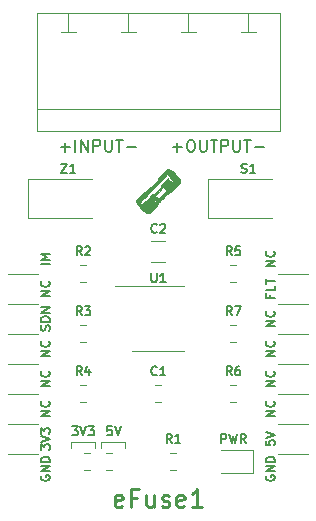
<source format=gbr>
G04 #@! TF.GenerationSoftware,KiCad,Pcbnew,(5.1.5)-3*
G04 #@! TF.CreationDate,2020-05-07T11:30:42+02:00*
G04 #@! TF.ProjectId,TPS26600_ePuse,54505332-3636-4303-905f-65507573652e,rev?*
G04 #@! TF.SameCoordinates,Original*
G04 #@! TF.FileFunction,Legend,Top*
G04 #@! TF.FilePolarity,Positive*
%FSLAX46Y46*%
G04 Gerber Fmt 4.6, Leading zero omitted, Abs format (unit mm)*
G04 Created by KiCad (PCBNEW (5.1.5)-3) date 2020-05-07 11:30:42*
%MOMM*%
%LPD*%
G04 APERTURE LIST*
%ADD10C,0.150000*%
%ADD11C,0.120000*%
%ADD12C,0.279400*%
%ADD13C,0.010000*%
G04 APERTURE END LIST*
D10*
X90146666Y-146756428D02*
X90908571Y-146756428D01*
X90527619Y-147137380D02*
X90527619Y-146375476D01*
X91575238Y-146137380D02*
X91765714Y-146137380D01*
X91860952Y-146185000D01*
X91956190Y-146280238D01*
X92003809Y-146470714D01*
X92003809Y-146804047D01*
X91956190Y-146994523D01*
X91860952Y-147089761D01*
X91765714Y-147137380D01*
X91575238Y-147137380D01*
X91480000Y-147089761D01*
X91384761Y-146994523D01*
X91337142Y-146804047D01*
X91337142Y-146470714D01*
X91384761Y-146280238D01*
X91480000Y-146185000D01*
X91575238Y-146137380D01*
X92432380Y-146137380D02*
X92432380Y-146946904D01*
X92480000Y-147042142D01*
X92527619Y-147089761D01*
X92622857Y-147137380D01*
X92813333Y-147137380D01*
X92908571Y-147089761D01*
X92956190Y-147042142D01*
X93003809Y-146946904D01*
X93003809Y-146137380D01*
X93337142Y-146137380D02*
X93908571Y-146137380D01*
X93622857Y-147137380D02*
X93622857Y-146137380D01*
X94241904Y-147137380D02*
X94241904Y-146137380D01*
X94622857Y-146137380D01*
X94718095Y-146185000D01*
X94765714Y-146232619D01*
X94813333Y-146327857D01*
X94813333Y-146470714D01*
X94765714Y-146565952D01*
X94718095Y-146613571D01*
X94622857Y-146661190D01*
X94241904Y-146661190D01*
X95241904Y-146137380D02*
X95241904Y-146946904D01*
X95289523Y-147042142D01*
X95337142Y-147089761D01*
X95432380Y-147137380D01*
X95622857Y-147137380D01*
X95718095Y-147089761D01*
X95765714Y-147042142D01*
X95813333Y-146946904D01*
X95813333Y-146137380D01*
X96146666Y-146137380D02*
X96718095Y-146137380D01*
X96432380Y-147137380D02*
X96432380Y-146137380D01*
X97051428Y-146756428D02*
X97813333Y-146756428D01*
X80653333Y-146756428D02*
X81415238Y-146756428D01*
X81034285Y-147137380D02*
X81034285Y-146375476D01*
X81891428Y-147137380D02*
X81891428Y-146137380D01*
X82367619Y-147137380D02*
X82367619Y-146137380D01*
X82939047Y-147137380D01*
X82939047Y-146137380D01*
X83415238Y-147137380D02*
X83415238Y-146137380D01*
X83796190Y-146137380D01*
X83891428Y-146185000D01*
X83939047Y-146232619D01*
X83986666Y-146327857D01*
X83986666Y-146470714D01*
X83939047Y-146565952D01*
X83891428Y-146613571D01*
X83796190Y-146661190D01*
X83415238Y-146661190D01*
X84415238Y-146137380D02*
X84415238Y-146946904D01*
X84462857Y-147042142D01*
X84510476Y-147089761D01*
X84605714Y-147137380D01*
X84796190Y-147137380D01*
X84891428Y-147089761D01*
X84939047Y-147042142D01*
X84986666Y-146946904D01*
X84986666Y-146137380D01*
X85320000Y-146137380D02*
X85891428Y-146137380D01*
X85605714Y-147137380D02*
X85605714Y-146137380D01*
X86224761Y-146756428D02*
X86986666Y-146756428D01*
X84944857Y-170397714D02*
X84582000Y-170397714D01*
X84545714Y-170760571D01*
X84582000Y-170724285D01*
X84654571Y-170688000D01*
X84836000Y-170688000D01*
X84908571Y-170724285D01*
X84944857Y-170760571D01*
X84981142Y-170833142D01*
X84981142Y-171014571D01*
X84944857Y-171087142D01*
X84908571Y-171123428D01*
X84836000Y-171159714D01*
X84654571Y-171159714D01*
X84582000Y-171123428D01*
X84545714Y-171087142D01*
X85198857Y-170397714D02*
X85452857Y-171159714D01*
X85706857Y-170397714D01*
X81606571Y-170397714D02*
X82078285Y-170397714D01*
X81824285Y-170688000D01*
X81933142Y-170688000D01*
X82005714Y-170724285D01*
X82042000Y-170760571D01*
X82078285Y-170833142D01*
X82078285Y-171014571D01*
X82042000Y-171087142D01*
X82005714Y-171123428D01*
X81933142Y-171159714D01*
X81715428Y-171159714D01*
X81642857Y-171123428D01*
X81606571Y-171087142D01*
X82296000Y-170397714D02*
X82550000Y-171159714D01*
X82804000Y-170397714D01*
X82985428Y-170397714D02*
X83457142Y-170397714D01*
X83203142Y-170688000D01*
X83312000Y-170688000D01*
X83384571Y-170724285D01*
X83420857Y-170760571D01*
X83457142Y-170833142D01*
X83457142Y-171014571D01*
X83420857Y-171087142D01*
X83384571Y-171123428D01*
X83312000Y-171159714D01*
X83094285Y-171159714D01*
X83021714Y-171123428D01*
X82985428Y-171087142D01*
D11*
X86106000Y-171704000D02*
X86106000Y-172212000D01*
X84074000Y-171704000D02*
X86106000Y-171704000D01*
X84074000Y-172212000D02*
X84074000Y-171704000D01*
X83566000Y-171704000D02*
X83566000Y-172212000D01*
X81534000Y-171704000D02*
X83566000Y-171704000D01*
X81534000Y-172212000D02*
X81534000Y-171704000D01*
D10*
X94234000Y-171794714D02*
X94234000Y-171032714D01*
X94524285Y-171032714D01*
X94596857Y-171069000D01*
X94633142Y-171105285D01*
X94669428Y-171177857D01*
X94669428Y-171286714D01*
X94633142Y-171359285D01*
X94596857Y-171395571D01*
X94524285Y-171431857D01*
X94234000Y-171431857D01*
X94923428Y-171032714D02*
X95104857Y-171794714D01*
X95250000Y-171250428D01*
X95395142Y-171794714D01*
X95576571Y-171032714D01*
X96302285Y-171794714D02*
X96048285Y-171431857D01*
X95866857Y-171794714D02*
X95866857Y-171032714D01*
X96157142Y-171032714D01*
X96229714Y-171069000D01*
X96266000Y-171105285D01*
X96302285Y-171177857D01*
X96302285Y-171286714D01*
X96266000Y-171359285D01*
X96229714Y-171395571D01*
X96157142Y-171431857D01*
X95866857Y-171431857D01*
X79719714Y-156645428D02*
X78957714Y-156645428D01*
X79719714Y-156282571D02*
X78957714Y-156282571D01*
X79502000Y-156028571D01*
X78957714Y-155774571D01*
X79719714Y-155774571D01*
X79683428Y-162287857D02*
X79719714Y-162179000D01*
X79719714Y-161997571D01*
X79683428Y-161925000D01*
X79647142Y-161888714D01*
X79574571Y-161852428D01*
X79502000Y-161852428D01*
X79429428Y-161888714D01*
X79393142Y-161925000D01*
X79356857Y-161997571D01*
X79320571Y-162142714D01*
X79284285Y-162215285D01*
X79248000Y-162251571D01*
X79175428Y-162287857D01*
X79102857Y-162287857D01*
X79030285Y-162251571D01*
X78994000Y-162215285D01*
X78957714Y-162142714D01*
X78957714Y-161961285D01*
X78994000Y-161852428D01*
X79719714Y-161525857D02*
X78957714Y-161525857D01*
X78957714Y-161344428D01*
X78994000Y-161235571D01*
X79066571Y-161163000D01*
X79139142Y-161126714D01*
X79284285Y-161090428D01*
X79393142Y-161090428D01*
X79538285Y-161126714D01*
X79610857Y-161163000D01*
X79683428Y-161235571D01*
X79719714Y-161344428D01*
X79719714Y-161525857D01*
X79719714Y-160763857D02*
X78957714Y-160763857D01*
X79719714Y-160328428D01*
X78957714Y-160328428D01*
X98370571Y-159239857D02*
X98370571Y-159493857D01*
X98769714Y-159493857D02*
X98007714Y-159493857D01*
X98007714Y-159131000D01*
X98769714Y-158477857D02*
X98769714Y-158840714D01*
X98007714Y-158840714D01*
X98007714Y-158332714D02*
X98007714Y-157897285D01*
X98769714Y-158115000D02*
X98007714Y-158115000D01*
X98007714Y-171595142D02*
X98007714Y-171958000D01*
X98370571Y-171994285D01*
X98334285Y-171958000D01*
X98298000Y-171885428D01*
X98298000Y-171704000D01*
X98334285Y-171631428D01*
X98370571Y-171595142D01*
X98443142Y-171558857D01*
X98624571Y-171558857D01*
X98697142Y-171595142D01*
X98733428Y-171631428D01*
X98769714Y-171704000D01*
X98769714Y-171885428D01*
X98733428Y-171958000D01*
X98697142Y-171994285D01*
X98007714Y-171341142D02*
X98769714Y-171087142D01*
X98007714Y-170833142D01*
X98044000Y-174570571D02*
X98007714Y-174643142D01*
X98007714Y-174752000D01*
X98044000Y-174860857D01*
X98116571Y-174933428D01*
X98189142Y-174969714D01*
X98334285Y-175006000D01*
X98443142Y-175006000D01*
X98588285Y-174969714D01*
X98660857Y-174933428D01*
X98733428Y-174860857D01*
X98769714Y-174752000D01*
X98769714Y-174679428D01*
X98733428Y-174570571D01*
X98697142Y-174534285D01*
X98443142Y-174534285D01*
X98443142Y-174679428D01*
X98769714Y-174207714D02*
X98007714Y-174207714D01*
X98769714Y-173772285D01*
X98007714Y-173772285D01*
X98769714Y-173409428D02*
X98007714Y-173409428D01*
X98007714Y-173228000D01*
X98044000Y-173119142D01*
X98116571Y-173046571D01*
X98189142Y-173010285D01*
X98334285Y-172974000D01*
X98443142Y-172974000D01*
X98588285Y-173010285D01*
X98660857Y-173046571D01*
X98733428Y-173119142D01*
X98769714Y-173228000D01*
X98769714Y-173409428D01*
X78994000Y-174570571D02*
X78957714Y-174643142D01*
X78957714Y-174752000D01*
X78994000Y-174860857D01*
X79066571Y-174933428D01*
X79139142Y-174969714D01*
X79284285Y-175006000D01*
X79393142Y-175006000D01*
X79538285Y-174969714D01*
X79610857Y-174933428D01*
X79683428Y-174860857D01*
X79719714Y-174752000D01*
X79719714Y-174679428D01*
X79683428Y-174570571D01*
X79647142Y-174534285D01*
X79393142Y-174534285D01*
X79393142Y-174679428D01*
X79719714Y-174207714D02*
X78957714Y-174207714D01*
X79719714Y-173772285D01*
X78957714Y-173772285D01*
X79719714Y-173409428D02*
X78957714Y-173409428D01*
X78957714Y-173228000D01*
X78994000Y-173119142D01*
X79066571Y-173046571D01*
X79139142Y-173010285D01*
X79284285Y-172974000D01*
X79393142Y-172974000D01*
X79538285Y-173010285D01*
X79610857Y-173046571D01*
X79683428Y-173119142D01*
X79719714Y-173228000D01*
X79719714Y-173409428D01*
X78957714Y-172393428D02*
X78957714Y-171921714D01*
X79248000Y-172175714D01*
X79248000Y-172066857D01*
X79284285Y-171994285D01*
X79320571Y-171958000D01*
X79393142Y-171921714D01*
X79574571Y-171921714D01*
X79647142Y-171958000D01*
X79683428Y-171994285D01*
X79719714Y-172066857D01*
X79719714Y-172284571D01*
X79683428Y-172357142D01*
X79647142Y-172393428D01*
X78957714Y-171704000D02*
X79719714Y-171450000D01*
X78957714Y-171196000D01*
X78957714Y-171014571D02*
X78957714Y-170542857D01*
X79248000Y-170796857D01*
X79248000Y-170688000D01*
X79284285Y-170615428D01*
X79320571Y-170579142D01*
X79393142Y-170542857D01*
X79574571Y-170542857D01*
X79647142Y-170579142D01*
X79683428Y-170615428D01*
X79719714Y-170688000D01*
X79719714Y-170905714D01*
X79683428Y-170978285D01*
X79647142Y-171014571D01*
X98769714Y-156808714D02*
X98007714Y-156808714D01*
X98769714Y-156373285D01*
X98007714Y-156373285D01*
X98697142Y-155575000D02*
X98733428Y-155611285D01*
X98769714Y-155720142D01*
X98769714Y-155792714D01*
X98733428Y-155901571D01*
X98660857Y-155974142D01*
X98588285Y-156010428D01*
X98443142Y-156046714D01*
X98334285Y-156046714D01*
X98189142Y-156010428D01*
X98116571Y-155974142D01*
X98044000Y-155901571D01*
X98007714Y-155792714D01*
X98007714Y-155720142D01*
X98044000Y-155611285D01*
X98080285Y-155575000D01*
X98769714Y-161888714D02*
X98007714Y-161888714D01*
X98769714Y-161453285D01*
X98007714Y-161453285D01*
X98697142Y-160655000D02*
X98733428Y-160691285D01*
X98769714Y-160800142D01*
X98769714Y-160872714D01*
X98733428Y-160981571D01*
X98660857Y-161054142D01*
X98588285Y-161090428D01*
X98443142Y-161126714D01*
X98334285Y-161126714D01*
X98189142Y-161090428D01*
X98116571Y-161054142D01*
X98044000Y-160981571D01*
X98007714Y-160872714D01*
X98007714Y-160800142D01*
X98044000Y-160691285D01*
X98080285Y-160655000D01*
X98769714Y-164428714D02*
X98007714Y-164428714D01*
X98769714Y-163993285D01*
X98007714Y-163993285D01*
X98697142Y-163195000D02*
X98733428Y-163231285D01*
X98769714Y-163340142D01*
X98769714Y-163412714D01*
X98733428Y-163521571D01*
X98660857Y-163594142D01*
X98588285Y-163630428D01*
X98443142Y-163666714D01*
X98334285Y-163666714D01*
X98189142Y-163630428D01*
X98116571Y-163594142D01*
X98044000Y-163521571D01*
X98007714Y-163412714D01*
X98007714Y-163340142D01*
X98044000Y-163231285D01*
X98080285Y-163195000D01*
X98769714Y-166968714D02*
X98007714Y-166968714D01*
X98769714Y-166533285D01*
X98007714Y-166533285D01*
X98697142Y-165735000D02*
X98733428Y-165771285D01*
X98769714Y-165880142D01*
X98769714Y-165952714D01*
X98733428Y-166061571D01*
X98660857Y-166134142D01*
X98588285Y-166170428D01*
X98443142Y-166206714D01*
X98334285Y-166206714D01*
X98189142Y-166170428D01*
X98116571Y-166134142D01*
X98044000Y-166061571D01*
X98007714Y-165952714D01*
X98007714Y-165880142D01*
X98044000Y-165771285D01*
X98080285Y-165735000D01*
X98769714Y-169508714D02*
X98007714Y-169508714D01*
X98769714Y-169073285D01*
X98007714Y-169073285D01*
X98697142Y-168275000D02*
X98733428Y-168311285D01*
X98769714Y-168420142D01*
X98769714Y-168492714D01*
X98733428Y-168601571D01*
X98660857Y-168674142D01*
X98588285Y-168710428D01*
X98443142Y-168746714D01*
X98334285Y-168746714D01*
X98189142Y-168710428D01*
X98116571Y-168674142D01*
X98044000Y-168601571D01*
X98007714Y-168492714D01*
X98007714Y-168420142D01*
X98044000Y-168311285D01*
X98080285Y-168275000D01*
X79719714Y-159348714D02*
X78957714Y-159348714D01*
X79719714Y-158913285D01*
X78957714Y-158913285D01*
X79647142Y-158115000D02*
X79683428Y-158151285D01*
X79719714Y-158260142D01*
X79719714Y-158332714D01*
X79683428Y-158441571D01*
X79610857Y-158514142D01*
X79538285Y-158550428D01*
X79393142Y-158586714D01*
X79284285Y-158586714D01*
X79139142Y-158550428D01*
X79066571Y-158514142D01*
X78994000Y-158441571D01*
X78957714Y-158332714D01*
X78957714Y-158260142D01*
X78994000Y-158151285D01*
X79030285Y-158115000D01*
X79719714Y-169508714D02*
X78957714Y-169508714D01*
X79719714Y-169073285D01*
X78957714Y-169073285D01*
X79647142Y-168275000D02*
X79683428Y-168311285D01*
X79719714Y-168420142D01*
X79719714Y-168492714D01*
X79683428Y-168601571D01*
X79610857Y-168674142D01*
X79538285Y-168710428D01*
X79393142Y-168746714D01*
X79284285Y-168746714D01*
X79139142Y-168710428D01*
X79066571Y-168674142D01*
X78994000Y-168601571D01*
X78957714Y-168492714D01*
X78957714Y-168420142D01*
X78994000Y-168311285D01*
X79030285Y-168275000D01*
X79719714Y-164428714D02*
X78957714Y-164428714D01*
X79719714Y-163993285D01*
X78957714Y-163993285D01*
X79647142Y-163195000D02*
X79683428Y-163231285D01*
X79719714Y-163340142D01*
X79719714Y-163412714D01*
X79683428Y-163521571D01*
X79610857Y-163594142D01*
X79538285Y-163630428D01*
X79393142Y-163666714D01*
X79284285Y-163666714D01*
X79139142Y-163630428D01*
X79066571Y-163594142D01*
X78994000Y-163521571D01*
X78957714Y-163412714D01*
X78957714Y-163340142D01*
X78994000Y-163231285D01*
X79030285Y-163195000D01*
X79719714Y-166968714D02*
X78957714Y-166968714D01*
X79719714Y-166533285D01*
X78957714Y-166533285D01*
X79647142Y-165735000D02*
X79683428Y-165771285D01*
X79719714Y-165880142D01*
X79719714Y-165952714D01*
X79683428Y-166061571D01*
X79610857Y-166134142D01*
X79538285Y-166170428D01*
X79393142Y-166206714D01*
X79284285Y-166206714D01*
X79139142Y-166170428D01*
X79066571Y-166134142D01*
X78994000Y-166061571D01*
X78957714Y-165952714D01*
X78957714Y-165880142D01*
X78994000Y-165771285D01*
X79030285Y-165735000D01*
D12*
X85852000Y-177146857D02*
X85706857Y-177219428D01*
X85416571Y-177219428D01*
X85271428Y-177146857D01*
X85198857Y-177001714D01*
X85198857Y-176421142D01*
X85271428Y-176276000D01*
X85416571Y-176203428D01*
X85706857Y-176203428D01*
X85852000Y-176276000D01*
X85924571Y-176421142D01*
X85924571Y-176566285D01*
X85198857Y-176711428D01*
X87085714Y-176421142D02*
X86577714Y-176421142D01*
X86577714Y-177219428D02*
X86577714Y-175695428D01*
X87303428Y-175695428D01*
X88537142Y-176203428D02*
X88537142Y-177219428D01*
X87884000Y-176203428D02*
X87884000Y-177001714D01*
X87956571Y-177146857D01*
X88101714Y-177219428D01*
X88319428Y-177219428D01*
X88464571Y-177146857D01*
X88537142Y-177074285D01*
X89190285Y-177146857D02*
X89335428Y-177219428D01*
X89625714Y-177219428D01*
X89770857Y-177146857D01*
X89843428Y-177001714D01*
X89843428Y-176929142D01*
X89770857Y-176784000D01*
X89625714Y-176711428D01*
X89408000Y-176711428D01*
X89262857Y-176638857D01*
X89190285Y-176493714D01*
X89190285Y-176421142D01*
X89262857Y-176276000D01*
X89408000Y-176203428D01*
X89625714Y-176203428D01*
X89770857Y-176276000D01*
X91077142Y-177146857D02*
X90932000Y-177219428D01*
X90641714Y-177219428D01*
X90496571Y-177146857D01*
X90424000Y-177001714D01*
X90424000Y-176421142D01*
X90496571Y-176276000D01*
X90641714Y-176203428D01*
X90932000Y-176203428D01*
X91077142Y-176276000D01*
X91149714Y-176421142D01*
X91149714Y-176566285D01*
X90424000Y-176711428D01*
X92601142Y-177219428D02*
X91730285Y-177219428D01*
X92165714Y-177219428D02*
X92165714Y-175695428D01*
X92020571Y-175913142D01*
X91875428Y-176058285D01*
X91730285Y-176130857D01*
D11*
X101600000Y-172720000D02*
X99060000Y-172720000D01*
X101600000Y-170180000D02*
X99060000Y-170180000D01*
X101600000Y-167640000D02*
X99060000Y-167640000D01*
X101600000Y-165100000D02*
X99060000Y-165100000D01*
X101600000Y-162560000D02*
X99060000Y-162560000D01*
X101600000Y-160020000D02*
X99060000Y-160020000D01*
X101600000Y-157480000D02*
X99060000Y-157480000D01*
X76200000Y-157480000D02*
X78740000Y-157480000D01*
X76200000Y-160020000D02*
X78740000Y-160020000D01*
X76200000Y-162560000D02*
X78740000Y-162560000D01*
X76200000Y-165100000D02*
X78740000Y-165100000D01*
X76200000Y-167640000D02*
X78740000Y-167640000D01*
X76200000Y-170180000D02*
X78740000Y-170180000D01*
X76200000Y-172720000D02*
X78740000Y-172720000D01*
D13*
G36*
X89204798Y-150183848D02*
G01*
X89248462Y-150228897D01*
X88936101Y-150542923D01*
X88623740Y-150856950D01*
X88660270Y-150925075D01*
X88680267Y-150968615D01*
X88693536Y-151009473D01*
X88696800Y-151031227D01*
X88699099Y-151057374D01*
X88710944Y-151064520D01*
X88731725Y-151060927D01*
X88767604Y-151047190D01*
X88801575Y-151027420D01*
X88825101Y-151011560D01*
X88834663Y-151010723D01*
X88836499Y-151024535D01*
X88836500Y-151025328D01*
X88828002Y-151062233D01*
X88806383Y-151106532D01*
X88777448Y-151148684D01*
X88747004Y-151179147D01*
X88740146Y-151183643D01*
X88672050Y-151208395D01*
X88594107Y-151211560D01*
X88515843Y-151194859D01*
X88463319Y-151172736D01*
X88407725Y-151142010D01*
X88378041Y-151121855D01*
X88342578Y-151091045D01*
X88304448Y-151051641D01*
X88268132Y-151009128D01*
X88238111Y-150968992D01*
X88218867Y-150936722D01*
X88214200Y-150921259D01*
X88222730Y-150907085D01*
X88245849Y-150879509D01*
X88279844Y-150842746D01*
X88313883Y-150808055D01*
X88413566Y-150708957D01*
X88458382Y-150727682D01*
X88490146Y-150743782D01*
X88510892Y-150759420D01*
X88512740Y-150761846D01*
X88524500Y-150757639D01*
X88553415Y-150734947D01*
X88599352Y-150693892D01*
X88662179Y-150634597D01*
X88741762Y-150557184D01*
X88837968Y-150461777D01*
X88841708Y-150458041D01*
X89161134Y-150138798D01*
X89204798Y-150183848D01*
G37*
X89204798Y-150183848D02*
X89248462Y-150228897D01*
X88936101Y-150542923D01*
X88623740Y-150856950D01*
X88660270Y-150925075D01*
X88680267Y-150968615D01*
X88693536Y-151009473D01*
X88696800Y-151031227D01*
X88699099Y-151057374D01*
X88710944Y-151064520D01*
X88731725Y-151060927D01*
X88767604Y-151047190D01*
X88801575Y-151027420D01*
X88825101Y-151011560D01*
X88834663Y-151010723D01*
X88836499Y-151024535D01*
X88836500Y-151025328D01*
X88828002Y-151062233D01*
X88806383Y-151106532D01*
X88777448Y-151148684D01*
X88747004Y-151179147D01*
X88740146Y-151183643D01*
X88672050Y-151208395D01*
X88594107Y-151211560D01*
X88515843Y-151194859D01*
X88463319Y-151172736D01*
X88407725Y-151142010D01*
X88378041Y-151121855D01*
X88342578Y-151091045D01*
X88304448Y-151051641D01*
X88268132Y-151009128D01*
X88238111Y-150968992D01*
X88218867Y-150936722D01*
X88214200Y-150921259D01*
X88222730Y-150907085D01*
X88245849Y-150879509D01*
X88279844Y-150842746D01*
X88313883Y-150808055D01*
X88413566Y-150708957D01*
X88458382Y-150727682D01*
X88490146Y-150743782D01*
X88510892Y-150759420D01*
X88512740Y-150761846D01*
X88524500Y-150757639D01*
X88553415Y-150734947D01*
X88599352Y-150693892D01*
X88662179Y-150634597D01*
X88741762Y-150557184D01*
X88837968Y-150461777D01*
X88841708Y-150458041D01*
X89161134Y-150138798D01*
X89204798Y-150183848D01*
G36*
X89801307Y-148644033D02*
G01*
X89892485Y-148677893D01*
X89992494Y-148729661D01*
X90099351Y-148798422D01*
X90211075Y-148883260D01*
X90233500Y-148901800D01*
X90341014Y-148998301D01*
X90439855Y-149099606D01*
X90528507Y-149203302D01*
X90605454Y-149306976D01*
X90669180Y-149408216D01*
X90718168Y-149504609D01*
X90750902Y-149593743D01*
X90765867Y-149673206D01*
X90761545Y-149740585D01*
X90761293Y-149741624D01*
X90750629Y-149758075D01*
X90724137Y-149789852D01*
X90684178Y-149834549D01*
X90633112Y-149889760D01*
X90573298Y-149953082D01*
X90507096Y-150022107D01*
X90436867Y-150094430D01*
X90364970Y-150167647D01*
X90293765Y-150239351D01*
X90225611Y-150307137D01*
X90162870Y-150368600D01*
X90107900Y-150421335D01*
X90063061Y-150462935D01*
X90030713Y-150490996D01*
X90015055Y-150502273D01*
X89979670Y-150514092D01*
X89935997Y-150520178D01*
X89927243Y-150520400D01*
X89915723Y-150520632D01*
X89904532Y-150522235D01*
X89892160Y-150526566D01*
X89877098Y-150534983D01*
X89857836Y-150548844D01*
X89832866Y-150569507D01*
X89800679Y-150598329D01*
X89759765Y-150636668D01*
X89708615Y-150685883D01*
X89645720Y-150747330D01*
X89569571Y-150822369D01*
X89478658Y-150912356D01*
X89371473Y-151018649D01*
X89352043Y-151037925D01*
X89241902Y-151147233D01*
X89148409Y-151240203D01*
X89070159Y-151318362D01*
X89005747Y-151383237D01*
X88953767Y-151436357D01*
X88912813Y-151479248D01*
X88881481Y-151513438D01*
X88858363Y-151540456D01*
X88842056Y-151561828D01*
X88831152Y-151579082D01*
X88824247Y-151593746D01*
X88819935Y-151607347D01*
X88817280Y-151619109D01*
X88803518Y-151667173D01*
X88784330Y-151712982D01*
X88776489Y-151727059D01*
X88760836Y-151746745D01*
X88729498Y-151781720D01*
X88684886Y-151829450D01*
X88629414Y-151887403D01*
X88565494Y-151953045D01*
X88495540Y-152023845D01*
X88457117Y-152062319D01*
X88165454Y-152353289D01*
X88097752Y-152357422D01*
X88047054Y-152356555D01*
X87997018Y-152349594D01*
X87978886Y-152344847D01*
X87876800Y-152302153D01*
X87767407Y-152239770D01*
X87654252Y-152160971D01*
X87540880Y-152069031D01*
X87430837Y-151967226D01*
X87327668Y-151858829D01*
X87234917Y-151747115D01*
X87156132Y-151635360D01*
X87096130Y-151529453D01*
X87070283Y-151468752D01*
X87325200Y-151468752D01*
X87332794Y-151492620D01*
X87352568Y-151527504D01*
X87376295Y-151560659D01*
X87396395Y-151586003D01*
X87414054Y-151605657D01*
X87431238Y-151618458D01*
X87449913Y-151623240D01*
X87472043Y-151618842D01*
X87499595Y-151604097D01*
X87534535Y-151577844D01*
X87578827Y-151538918D01*
X87634438Y-151486155D01*
X87703332Y-151418391D01*
X87787476Y-151334462D01*
X87829829Y-151292121D01*
X88163186Y-150958943D01*
X88184929Y-150990496D01*
X88234761Y-151052553D01*
X88301189Y-151120582D01*
X88378066Y-151189253D01*
X88459239Y-151253238D01*
X88538560Y-151307208D01*
X88574892Y-151328385D01*
X88637134Y-151362272D01*
X89119725Y-150877814D01*
X89602316Y-150393357D01*
X89489283Y-150308179D01*
X89448123Y-150275374D01*
X89399551Y-150233865D01*
X89347021Y-150186939D01*
X89293988Y-150137882D01*
X89243904Y-150089980D01*
X89200224Y-150046520D01*
X89166401Y-150010789D01*
X89145889Y-149986074D01*
X89141300Y-149977040D01*
X89149958Y-149966113D01*
X89174499Y-149939517D01*
X89212773Y-149899469D01*
X89262631Y-149848188D01*
X89321923Y-149787892D01*
X89388499Y-149720801D01*
X89425610Y-149683638D01*
X89709920Y-149399539D01*
X89758985Y-149454131D01*
X89831749Y-149526209D01*
X89915786Y-149594856D01*
X90005021Y-149656007D01*
X90093379Y-149705599D01*
X90174785Y-149739568D01*
X90194383Y-149745426D01*
X90230302Y-149753534D01*
X90252312Y-149752036D01*
X90270536Y-149739555D01*
X90275907Y-149734337D01*
X90292711Y-149714672D01*
X90296294Y-149704335D01*
X90187389Y-149621169D01*
X90079006Y-149526189D01*
X89974298Y-149423023D01*
X89876418Y-149315297D01*
X89788518Y-149206641D01*
X89713753Y-149100681D01*
X89655273Y-149001047D01*
X89622674Y-148929221D01*
X89594589Y-148855693D01*
X89558444Y-148890323D01*
X89534903Y-148918085D01*
X89524386Y-148948858D01*
X89522300Y-148985599D01*
X89527085Y-149032810D01*
X89539333Y-149087523D01*
X89549202Y-149118149D01*
X89576104Y-149190052D01*
X88450652Y-150315768D01*
X88267038Y-150499585D01*
X88101131Y-150666018D01*
X87952522Y-150815484D01*
X87820803Y-150948403D01*
X87705565Y-151065193D01*
X87606399Y-151166274D01*
X87522896Y-151252064D01*
X87454647Y-151322982D01*
X87401244Y-151379446D01*
X87362278Y-151421876D01*
X87337339Y-151450691D01*
X87326020Y-151466309D01*
X87325200Y-151468752D01*
X87070283Y-151468752D01*
X87054160Y-151430890D01*
X87031771Y-151346932D01*
X87029081Y-151278091D01*
X87033549Y-151254893D01*
X87042167Y-151237078D01*
X87061172Y-151210788D01*
X87091950Y-151174507D01*
X87135893Y-151126718D01*
X87194387Y-151065906D01*
X87268821Y-150990554D01*
X87347262Y-150912352D01*
X87431327Y-150829235D01*
X87499747Y-150762339D01*
X87554679Y-150709768D01*
X87598280Y-150669625D01*
X87632708Y-150640014D01*
X87660119Y-150619040D01*
X87682673Y-150604805D01*
X87702525Y-150595414D01*
X87711637Y-150592101D01*
X87752974Y-150579929D01*
X87787976Y-150572394D01*
X87800181Y-150571200D01*
X87815765Y-150562012D01*
X87848817Y-150534480D01*
X87899286Y-150488652D01*
X87967121Y-150424578D01*
X88052271Y-150342305D01*
X88154686Y-150241881D01*
X88274315Y-150123354D01*
X88350368Y-150047531D01*
X88874600Y-149523862D01*
X88874600Y-149469050D01*
X88878898Y-149425574D01*
X88889549Y-149386804D01*
X88892726Y-149379944D01*
X88907740Y-149359740D01*
X88938287Y-149325088D01*
X88981962Y-149278349D01*
X89036360Y-149221883D01*
X89099075Y-149158048D01*
X89167702Y-149089205D01*
X89239836Y-149017714D01*
X89313070Y-148945935D01*
X89385000Y-148876228D01*
X89453220Y-148810951D01*
X89515324Y-148752467D01*
X89568908Y-148703133D01*
X89611566Y-148665310D01*
X89640891Y-148641359D01*
X89653375Y-148633706D01*
X89720943Y-148628999D01*
X89801307Y-148644033D01*
G37*
X89801307Y-148644033D02*
X89892485Y-148677893D01*
X89992494Y-148729661D01*
X90099351Y-148798422D01*
X90211075Y-148883260D01*
X90233500Y-148901800D01*
X90341014Y-148998301D01*
X90439855Y-149099606D01*
X90528507Y-149203302D01*
X90605454Y-149306976D01*
X90669180Y-149408216D01*
X90718168Y-149504609D01*
X90750902Y-149593743D01*
X90765867Y-149673206D01*
X90761545Y-149740585D01*
X90761293Y-149741624D01*
X90750629Y-149758075D01*
X90724137Y-149789852D01*
X90684178Y-149834549D01*
X90633112Y-149889760D01*
X90573298Y-149953082D01*
X90507096Y-150022107D01*
X90436867Y-150094430D01*
X90364970Y-150167647D01*
X90293765Y-150239351D01*
X90225611Y-150307137D01*
X90162870Y-150368600D01*
X90107900Y-150421335D01*
X90063061Y-150462935D01*
X90030713Y-150490996D01*
X90015055Y-150502273D01*
X89979670Y-150514092D01*
X89935997Y-150520178D01*
X89927243Y-150520400D01*
X89915723Y-150520632D01*
X89904532Y-150522235D01*
X89892160Y-150526566D01*
X89877098Y-150534983D01*
X89857836Y-150548844D01*
X89832866Y-150569507D01*
X89800679Y-150598329D01*
X89759765Y-150636668D01*
X89708615Y-150685883D01*
X89645720Y-150747330D01*
X89569571Y-150822369D01*
X89478658Y-150912356D01*
X89371473Y-151018649D01*
X89352043Y-151037925D01*
X89241902Y-151147233D01*
X89148409Y-151240203D01*
X89070159Y-151318362D01*
X89005747Y-151383237D01*
X88953767Y-151436357D01*
X88912813Y-151479248D01*
X88881481Y-151513438D01*
X88858363Y-151540456D01*
X88842056Y-151561828D01*
X88831152Y-151579082D01*
X88824247Y-151593746D01*
X88819935Y-151607347D01*
X88817280Y-151619109D01*
X88803518Y-151667173D01*
X88784330Y-151712982D01*
X88776489Y-151727059D01*
X88760836Y-151746745D01*
X88729498Y-151781720D01*
X88684886Y-151829450D01*
X88629414Y-151887403D01*
X88565494Y-151953045D01*
X88495540Y-152023845D01*
X88457117Y-152062319D01*
X88165454Y-152353289D01*
X88097752Y-152357422D01*
X88047054Y-152356555D01*
X87997018Y-152349594D01*
X87978886Y-152344847D01*
X87876800Y-152302153D01*
X87767407Y-152239770D01*
X87654252Y-152160971D01*
X87540880Y-152069031D01*
X87430837Y-151967226D01*
X87327668Y-151858829D01*
X87234917Y-151747115D01*
X87156132Y-151635360D01*
X87096130Y-151529453D01*
X87070283Y-151468752D01*
X87325200Y-151468752D01*
X87332794Y-151492620D01*
X87352568Y-151527504D01*
X87376295Y-151560659D01*
X87396395Y-151586003D01*
X87414054Y-151605657D01*
X87431238Y-151618458D01*
X87449913Y-151623240D01*
X87472043Y-151618842D01*
X87499595Y-151604097D01*
X87534535Y-151577844D01*
X87578827Y-151538918D01*
X87634438Y-151486155D01*
X87703332Y-151418391D01*
X87787476Y-151334462D01*
X87829829Y-151292121D01*
X88163186Y-150958943D01*
X88184929Y-150990496D01*
X88234761Y-151052553D01*
X88301189Y-151120582D01*
X88378066Y-151189253D01*
X88459239Y-151253238D01*
X88538560Y-151307208D01*
X88574892Y-151328385D01*
X88637134Y-151362272D01*
X89119725Y-150877814D01*
X89602316Y-150393357D01*
X89489283Y-150308179D01*
X89448123Y-150275374D01*
X89399551Y-150233865D01*
X89347021Y-150186939D01*
X89293988Y-150137882D01*
X89243904Y-150089980D01*
X89200224Y-150046520D01*
X89166401Y-150010789D01*
X89145889Y-149986074D01*
X89141300Y-149977040D01*
X89149958Y-149966113D01*
X89174499Y-149939517D01*
X89212773Y-149899469D01*
X89262631Y-149848188D01*
X89321923Y-149787892D01*
X89388499Y-149720801D01*
X89425610Y-149683638D01*
X89709920Y-149399539D01*
X89758985Y-149454131D01*
X89831749Y-149526209D01*
X89915786Y-149594856D01*
X90005021Y-149656007D01*
X90093379Y-149705599D01*
X90174785Y-149739568D01*
X90194383Y-149745426D01*
X90230302Y-149753534D01*
X90252312Y-149752036D01*
X90270536Y-149739555D01*
X90275907Y-149734337D01*
X90292711Y-149714672D01*
X90296294Y-149704335D01*
X90187389Y-149621169D01*
X90079006Y-149526189D01*
X89974298Y-149423023D01*
X89876418Y-149315297D01*
X89788518Y-149206641D01*
X89713753Y-149100681D01*
X89655273Y-149001047D01*
X89622674Y-148929221D01*
X89594589Y-148855693D01*
X89558444Y-148890323D01*
X89534903Y-148918085D01*
X89524386Y-148948858D01*
X89522300Y-148985599D01*
X89527085Y-149032810D01*
X89539333Y-149087523D01*
X89549202Y-149118149D01*
X89576104Y-149190052D01*
X88450652Y-150315768D01*
X88267038Y-150499585D01*
X88101131Y-150666018D01*
X87952522Y-150815484D01*
X87820803Y-150948403D01*
X87705565Y-151065193D01*
X87606399Y-151166274D01*
X87522896Y-151252064D01*
X87454647Y-151322982D01*
X87401244Y-151379446D01*
X87362278Y-151421876D01*
X87337339Y-151450691D01*
X87326020Y-151466309D01*
X87325200Y-151468752D01*
X87070283Y-151468752D01*
X87054160Y-151430890D01*
X87031771Y-151346932D01*
X87029081Y-151278091D01*
X87033549Y-151254893D01*
X87042167Y-151237078D01*
X87061172Y-151210788D01*
X87091950Y-151174507D01*
X87135893Y-151126718D01*
X87194387Y-151065906D01*
X87268821Y-150990554D01*
X87347262Y-150912352D01*
X87431327Y-150829235D01*
X87499747Y-150762339D01*
X87554679Y-150709768D01*
X87598280Y-150669625D01*
X87632708Y-150640014D01*
X87660119Y-150619040D01*
X87682673Y-150604805D01*
X87702525Y-150595414D01*
X87711637Y-150592101D01*
X87752974Y-150579929D01*
X87787976Y-150572394D01*
X87800181Y-150571200D01*
X87815765Y-150562012D01*
X87848817Y-150534480D01*
X87899286Y-150488652D01*
X87967121Y-150424578D01*
X88052271Y-150342305D01*
X88154686Y-150241881D01*
X88274315Y-150123354D01*
X88350368Y-150047531D01*
X88874600Y-149523862D01*
X88874600Y-149469050D01*
X88878898Y-149425574D01*
X88889549Y-149386804D01*
X88892726Y-149379944D01*
X88907740Y-149359740D01*
X88938287Y-149325088D01*
X88981962Y-149278349D01*
X89036360Y-149221883D01*
X89099075Y-149158048D01*
X89167702Y-149089205D01*
X89239836Y-149017714D01*
X89313070Y-148945935D01*
X89385000Y-148876228D01*
X89453220Y-148810951D01*
X89515324Y-148752467D01*
X89568908Y-148703133D01*
X89611566Y-148665310D01*
X89640891Y-148641359D01*
X89653375Y-148633706D01*
X89720943Y-148628999D01*
X89801307Y-148644033D01*
D11*
X88641422Y-166930000D02*
X89158578Y-166930000D01*
X88641422Y-168350000D02*
X89158578Y-168350000D01*
X94250000Y-174315000D02*
X96935000Y-174315000D01*
X96935000Y-174315000D02*
X96935000Y-172395000D01*
X96935000Y-172395000D02*
X94250000Y-172395000D01*
X90805000Y-137033000D02*
X92075000Y-137033000D01*
X78613000Y-143510000D02*
X99187000Y-143510000D01*
X99187000Y-135382000D02*
X99187000Y-145415000D01*
X78613000Y-135382000D02*
X99187000Y-135382000D01*
X86360000Y-135382000D02*
X86360000Y-137033000D01*
X97155000Y-137033000D02*
X95885000Y-137033000D01*
X96520000Y-137033000D02*
X96520000Y-135382000D01*
X99187000Y-145415000D02*
X78613000Y-145415000D01*
X91440000Y-135382000D02*
X91440000Y-137033000D01*
X85725000Y-137033000D02*
X86995000Y-137033000D01*
X78613000Y-145415000D02*
X78613000Y-135382000D01*
X81280000Y-135382000D02*
X81280000Y-137033000D01*
X80645000Y-137033000D02*
X81915000Y-137033000D01*
X83149178Y-174065000D02*
X82632022Y-174065000D01*
X83149178Y-172645000D02*
X82632022Y-172645000D01*
X85016078Y-174065000D02*
X84498922Y-174065000D01*
X85016078Y-172645000D02*
X84498922Y-172645000D01*
X89911422Y-172645000D02*
X90428578Y-172645000D01*
X89911422Y-174065000D02*
X90428578Y-174065000D01*
X82291422Y-158190000D02*
X82808578Y-158190000D01*
X82291422Y-156770000D02*
X82808578Y-156770000D01*
X82291422Y-161850000D02*
X82808578Y-161850000D01*
X82291422Y-163270000D02*
X82808578Y-163270000D01*
X82291422Y-168350000D02*
X82808578Y-168350000D01*
X82291422Y-166930000D02*
X82808578Y-166930000D01*
X94991422Y-156770000D02*
X95508578Y-156770000D01*
X94991422Y-158190000D02*
X95508578Y-158190000D01*
X94991422Y-166930000D02*
X95508578Y-166930000D01*
X94991422Y-168350000D02*
X95508578Y-168350000D01*
X94991422Y-163270000D02*
X95508578Y-163270000D01*
X94991422Y-161850000D02*
X95508578Y-161850000D01*
X88900000Y-164025000D02*
X91100000Y-164025000D01*
X88900000Y-164025000D02*
X86700000Y-164025000D01*
X88900000Y-158555000D02*
X91100000Y-158555000D01*
X88900000Y-158555000D02*
X85250000Y-158555000D01*
X88297936Y-154665000D02*
X89502064Y-154665000D01*
X88297936Y-156485000D02*
X89502064Y-156485000D01*
X93120000Y-149480000D02*
X98520000Y-149480000D01*
X93120000Y-152780000D02*
X98520000Y-152780000D01*
X93120000Y-149480000D02*
X93120000Y-152780000D01*
X77880000Y-149480000D02*
X77880000Y-152780000D01*
X77880000Y-152780000D02*
X83280000Y-152780000D01*
X77880000Y-149480000D02*
X83280000Y-149480000D01*
D10*
X88773000Y-166007142D02*
X88736714Y-166043428D01*
X88627857Y-166079714D01*
X88555285Y-166079714D01*
X88446428Y-166043428D01*
X88373857Y-165970857D01*
X88337571Y-165898285D01*
X88301285Y-165753142D01*
X88301285Y-165644285D01*
X88337571Y-165499142D01*
X88373857Y-165426571D01*
X88446428Y-165354000D01*
X88555285Y-165317714D01*
X88627857Y-165317714D01*
X88736714Y-165354000D01*
X88773000Y-165390285D01*
X89498714Y-166079714D02*
X89063285Y-166079714D01*
X89281000Y-166079714D02*
X89281000Y-165317714D01*
X89208428Y-165426571D01*
X89135857Y-165499142D01*
X89063285Y-165535428D01*
X90043000Y-171794714D02*
X89789000Y-171431857D01*
X89607571Y-171794714D02*
X89607571Y-171032714D01*
X89897857Y-171032714D01*
X89970428Y-171069000D01*
X90006714Y-171105285D01*
X90043000Y-171177857D01*
X90043000Y-171286714D01*
X90006714Y-171359285D01*
X89970428Y-171395571D01*
X89897857Y-171431857D01*
X89607571Y-171431857D01*
X90768714Y-171794714D02*
X90333285Y-171794714D01*
X90551000Y-171794714D02*
X90551000Y-171032714D01*
X90478428Y-171141571D01*
X90405857Y-171214142D01*
X90333285Y-171250428D01*
X82423000Y-155919714D02*
X82169000Y-155556857D01*
X81987571Y-155919714D02*
X81987571Y-155157714D01*
X82277857Y-155157714D01*
X82350428Y-155194000D01*
X82386714Y-155230285D01*
X82423000Y-155302857D01*
X82423000Y-155411714D01*
X82386714Y-155484285D01*
X82350428Y-155520571D01*
X82277857Y-155556857D01*
X81987571Y-155556857D01*
X82713285Y-155230285D02*
X82749571Y-155194000D01*
X82822142Y-155157714D01*
X83003571Y-155157714D01*
X83076142Y-155194000D01*
X83112428Y-155230285D01*
X83148714Y-155302857D01*
X83148714Y-155375428D01*
X83112428Y-155484285D01*
X82677000Y-155919714D01*
X83148714Y-155919714D01*
X82423000Y-160999714D02*
X82169000Y-160636857D01*
X81987571Y-160999714D02*
X81987571Y-160237714D01*
X82277857Y-160237714D01*
X82350428Y-160274000D01*
X82386714Y-160310285D01*
X82423000Y-160382857D01*
X82423000Y-160491714D01*
X82386714Y-160564285D01*
X82350428Y-160600571D01*
X82277857Y-160636857D01*
X81987571Y-160636857D01*
X82677000Y-160237714D02*
X83148714Y-160237714D01*
X82894714Y-160528000D01*
X83003571Y-160528000D01*
X83076142Y-160564285D01*
X83112428Y-160600571D01*
X83148714Y-160673142D01*
X83148714Y-160854571D01*
X83112428Y-160927142D01*
X83076142Y-160963428D01*
X83003571Y-160999714D01*
X82785857Y-160999714D01*
X82713285Y-160963428D01*
X82677000Y-160927142D01*
X82423000Y-166079714D02*
X82169000Y-165716857D01*
X81987571Y-166079714D02*
X81987571Y-165317714D01*
X82277857Y-165317714D01*
X82350428Y-165354000D01*
X82386714Y-165390285D01*
X82423000Y-165462857D01*
X82423000Y-165571714D01*
X82386714Y-165644285D01*
X82350428Y-165680571D01*
X82277857Y-165716857D01*
X81987571Y-165716857D01*
X83076142Y-165571714D02*
X83076142Y-166079714D01*
X82894714Y-165281428D02*
X82713285Y-165825714D01*
X83185000Y-165825714D01*
X95123000Y-155919714D02*
X94869000Y-155556857D01*
X94687571Y-155919714D02*
X94687571Y-155157714D01*
X94977857Y-155157714D01*
X95050428Y-155194000D01*
X95086714Y-155230285D01*
X95123000Y-155302857D01*
X95123000Y-155411714D01*
X95086714Y-155484285D01*
X95050428Y-155520571D01*
X94977857Y-155556857D01*
X94687571Y-155556857D01*
X95812428Y-155157714D02*
X95449571Y-155157714D01*
X95413285Y-155520571D01*
X95449571Y-155484285D01*
X95522142Y-155448000D01*
X95703571Y-155448000D01*
X95776142Y-155484285D01*
X95812428Y-155520571D01*
X95848714Y-155593142D01*
X95848714Y-155774571D01*
X95812428Y-155847142D01*
X95776142Y-155883428D01*
X95703571Y-155919714D01*
X95522142Y-155919714D01*
X95449571Y-155883428D01*
X95413285Y-155847142D01*
X95123000Y-166079714D02*
X94869000Y-165716857D01*
X94687571Y-166079714D02*
X94687571Y-165317714D01*
X94977857Y-165317714D01*
X95050428Y-165354000D01*
X95086714Y-165390285D01*
X95123000Y-165462857D01*
X95123000Y-165571714D01*
X95086714Y-165644285D01*
X95050428Y-165680571D01*
X94977857Y-165716857D01*
X94687571Y-165716857D01*
X95776142Y-165317714D02*
X95631000Y-165317714D01*
X95558428Y-165354000D01*
X95522142Y-165390285D01*
X95449571Y-165499142D01*
X95413285Y-165644285D01*
X95413285Y-165934571D01*
X95449571Y-166007142D01*
X95485857Y-166043428D01*
X95558428Y-166079714D01*
X95703571Y-166079714D01*
X95776142Y-166043428D01*
X95812428Y-166007142D01*
X95848714Y-165934571D01*
X95848714Y-165753142D01*
X95812428Y-165680571D01*
X95776142Y-165644285D01*
X95703571Y-165608000D01*
X95558428Y-165608000D01*
X95485857Y-165644285D01*
X95449571Y-165680571D01*
X95413285Y-165753142D01*
X95123000Y-160999714D02*
X94869000Y-160636857D01*
X94687571Y-160999714D02*
X94687571Y-160237714D01*
X94977857Y-160237714D01*
X95050428Y-160274000D01*
X95086714Y-160310285D01*
X95123000Y-160382857D01*
X95123000Y-160491714D01*
X95086714Y-160564285D01*
X95050428Y-160600571D01*
X94977857Y-160636857D01*
X94687571Y-160636857D01*
X95377000Y-160237714D02*
X95885000Y-160237714D01*
X95558428Y-160999714D01*
X88319428Y-157422714D02*
X88319428Y-158039571D01*
X88355714Y-158112142D01*
X88392000Y-158148428D01*
X88464571Y-158184714D01*
X88609714Y-158184714D01*
X88682285Y-158148428D01*
X88718571Y-158112142D01*
X88754857Y-158039571D01*
X88754857Y-157422714D01*
X89516857Y-158184714D02*
X89081428Y-158184714D01*
X89299142Y-158184714D02*
X89299142Y-157422714D01*
X89226571Y-157531571D01*
X89154000Y-157604142D01*
X89081428Y-157640428D01*
X88773000Y-153942142D02*
X88736714Y-153978428D01*
X88627857Y-154014714D01*
X88555285Y-154014714D01*
X88446428Y-153978428D01*
X88373857Y-153905857D01*
X88337571Y-153833285D01*
X88301285Y-153688142D01*
X88301285Y-153579285D01*
X88337571Y-153434142D01*
X88373857Y-153361571D01*
X88446428Y-153289000D01*
X88555285Y-153252714D01*
X88627857Y-153252714D01*
X88736714Y-153289000D01*
X88773000Y-153325285D01*
X89063285Y-153325285D02*
X89099571Y-153289000D01*
X89172142Y-153252714D01*
X89353571Y-153252714D01*
X89426142Y-153289000D01*
X89462428Y-153325285D01*
X89498714Y-153397857D01*
X89498714Y-153470428D01*
X89462428Y-153579285D01*
X89027000Y-154014714D01*
X89498714Y-154014714D01*
X95939428Y-148898428D02*
X96048285Y-148934714D01*
X96229714Y-148934714D01*
X96302285Y-148898428D01*
X96338571Y-148862142D01*
X96374857Y-148789571D01*
X96374857Y-148717000D01*
X96338571Y-148644428D01*
X96302285Y-148608142D01*
X96229714Y-148571857D01*
X96084571Y-148535571D01*
X96012000Y-148499285D01*
X95975714Y-148463000D01*
X95939428Y-148390428D01*
X95939428Y-148317857D01*
X95975714Y-148245285D01*
X96012000Y-148209000D01*
X96084571Y-148172714D01*
X96266000Y-148172714D01*
X96374857Y-148209000D01*
X97100571Y-148934714D02*
X96665142Y-148934714D01*
X96882857Y-148934714D02*
X96882857Y-148172714D01*
X96810285Y-148281571D01*
X96737714Y-148354142D01*
X96665142Y-148390428D01*
X80663142Y-148172714D02*
X81171142Y-148172714D01*
X80663142Y-148934714D01*
X81171142Y-148934714D01*
X81860571Y-148934714D02*
X81425142Y-148934714D01*
X81642857Y-148934714D02*
X81642857Y-148172714D01*
X81570285Y-148281571D01*
X81497714Y-148354142D01*
X81425142Y-148390428D01*
M02*

</source>
